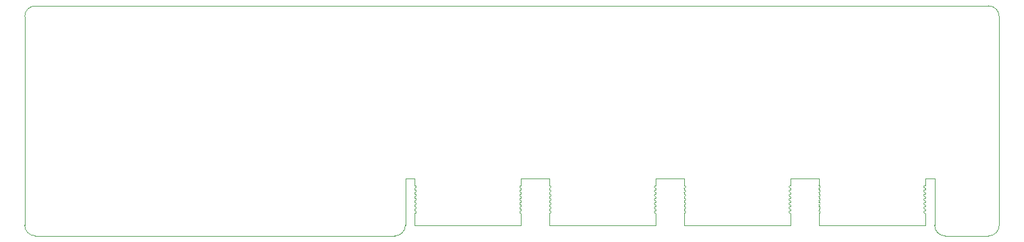
<source format=gbr>
%TF.GenerationSoftware,KiCad,Pcbnew,4.0.7*%
%TF.CreationDate,2018-05-23T21:05:09+03:00*%
%TF.ProjectId,Pci-e,5063692D652E6B696361645F70636200,rev?*%
%TF.FileFunction,Profile,NP*%
%FSLAX46Y46*%
G04 Gerber Fmt 4.6, Leading zero omitted, Abs format (unit mm)*
G04 Created by KiCad (PCBNEW 4.0.7) date 05/23/18 21:05:09*
%MOMM*%
%LPD*%
G01*
G04 APERTURE LIST*
%ADD10C,0.100000*%
G04 APERTURE END LIST*
D10*
X56770000Y-19060000D02*
X56770000Y-20740000D01*
X37570000Y-19060000D02*
X37570000Y-20740000D01*
X56770000Y-19060000D02*
G75*
G03X56770000Y-18660000I0J200000D01*
G01*
X37570000Y-19060000D02*
G75*
G03X37570000Y-18660000I0J200000D01*
G01*
X56770000Y-20740000D02*
X71930000Y-20740000D01*
X37570000Y-20740000D02*
X52730000Y-20740000D01*
X71930000Y-18059998D02*
G75*
G03X71930000Y-18460000I0J-200001D01*
G01*
X52730000Y-18059998D02*
G75*
G03X52730000Y-18460000I0J-200001D01*
G01*
X71930000Y-18460000D02*
X71930000Y-18660000D01*
X52730000Y-18460000D02*
X52730000Y-18660000D01*
X71930000Y-17860000D02*
X71930000Y-18060000D01*
X52730000Y-17860000D02*
X52730000Y-18060000D01*
X71930000Y-18659998D02*
G75*
G03X71930000Y-19060000I0J-200001D01*
G01*
X52730000Y-18659998D02*
G75*
G03X52730000Y-19060000I0J-200001D01*
G01*
X71930000Y-19060000D02*
X71930000Y-20740000D01*
X52730000Y-19060000D02*
X52730000Y-20740000D01*
X56770000Y-16660000D02*
G75*
G03X56770000Y-16260000I0J200000D01*
G01*
X37570000Y-16660000D02*
G75*
G03X37570000Y-16260000I0J200000D01*
G01*
X56770000Y-18060000D02*
X56770000Y-17860000D01*
X37570000Y-18060000D02*
X37570000Y-17860000D01*
X56770000Y-17260000D02*
G75*
G03X56770000Y-16860000I0J200000D01*
G01*
X37570000Y-17260000D02*
G75*
G03X37570000Y-16860000I0J200000D01*
G01*
X56770000Y-17860000D02*
G75*
G03X56770000Y-17460000I0J200000D01*
G01*
X37570000Y-17860000D02*
G75*
G03X37570000Y-17460000I0J200000D01*
G01*
X56770000Y-16860000D02*
X56770000Y-16660000D01*
X37570000Y-16860000D02*
X37570000Y-16660000D01*
X56770000Y-18460000D02*
G75*
G03X56770000Y-18060000I0J200000D01*
G01*
X37570000Y-18460000D02*
G75*
G03X37570000Y-18060000I0J200000D01*
G01*
X56770000Y-18660000D02*
X56770000Y-18460000D01*
X37570000Y-18660000D02*
X37570000Y-18460000D01*
X56770000Y-17460000D02*
X56770000Y-17260000D01*
X37570000Y-17460000D02*
X37570000Y-17260000D01*
X71930000Y-16059999D02*
X71930000Y-16260000D01*
X52730000Y-16059999D02*
X52730000Y-16260000D01*
X71930000Y-16660001D02*
X71930000Y-16860000D01*
X52730000Y-16660001D02*
X52730000Y-16860000D01*
X71930000Y-17260001D02*
X71930000Y-17460000D01*
X52730000Y-17260001D02*
X52730000Y-17460000D01*
X71930000Y-17460000D02*
G75*
G03X71930000Y-17860000I0J-200000D01*
G01*
X52730000Y-17460000D02*
G75*
G03X52730000Y-17860000I0J-200000D01*
G01*
X71930000Y-16259999D02*
G75*
G03X71930000Y-16660001I0J-200001D01*
G01*
X52730000Y-16259999D02*
G75*
G03X52730000Y-16660001I0J-200001D01*
G01*
X71930000Y-16859999D02*
G75*
G03X71930000Y-17260001I0J-200001D01*
G01*
X52730000Y-16859999D02*
G75*
G03X52730000Y-17260001I0J-200001D01*
G01*
X71930000Y-15660001D02*
G75*
G03X71930000Y-16059999I0J-199999D01*
G01*
X52730000Y-15660001D02*
G75*
G03X52730000Y-16059999I0J-199999D01*
G01*
X71930000Y-15060000D02*
X71930000Y-14060000D01*
X52730000Y-15060000D02*
X52730000Y-14060000D01*
X71930000Y-15459999D02*
X71930000Y-15660000D01*
X52730000Y-15459999D02*
X52730000Y-15660000D01*
X71930000Y-15060001D02*
G75*
G03X71930000Y-15459999I0J-199999D01*
G01*
X52730000Y-15060001D02*
G75*
G03X52730000Y-15459999I0J-199999D01*
G01*
X56770000Y-15060000D02*
X56770000Y-14060000D01*
X37570000Y-15060000D02*
X37570000Y-14060000D01*
X56770000Y-15460000D02*
G75*
G03X56770000Y-15060000I0J200000D01*
G01*
X37570000Y-15460000D02*
G75*
G03X37570000Y-15060000I0J200000D01*
G01*
X56770000Y-16260000D02*
X56770000Y-16060000D01*
X37570000Y-16260000D02*
X37570000Y-16060000D01*
X56770000Y-14060000D02*
X52730000Y-14060000D01*
X37570000Y-14060000D02*
X33530000Y-14060000D01*
X56770000Y-16060000D02*
G75*
G03X56770000Y-15660000I0J200000D01*
G01*
X37570000Y-16060000D02*
G75*
G03X37570000Y-15660000I0J200000D01*
G01*
X56770000Y-15660000D02*
X56770000Y-15460000D01*
X37570000Y-15660000D02*
X37570000Y-15460000D01*
X14330000Y-15459999D02*
X14330000Y-15660000D01*
X14330000Y-15660001D02*
G75*
G03X14330000Y-16059999I0J-199999D01*
G01*
X14330000Y-15060000D02*
X14330000Y-14060000D01*
X14330000Y-15060001D02*
G75*
G03X14330000Y-15459999I0J-199999D01*
G01*
X14330000Y-16059999D02*
X14330000Y-16260000D01*
X14330000Y-18460000D02*
X14330000Y-18660000D01*
X14330000Y-18659998D02*
G75*
G03X14330000Y-19060000I0J-200001D01*
G01*
X14330000Y-18059998D02*
G75*
G03X14330000Y-18460000I0J-200001D01*
G01*
X14330000Y-19060000D02*
X14330000Y-20740000D01*
X14330000Y-17860000D02*
X14330000Y-18060000D01*
X14330000Y-17260001D02*
X14330000Y-17460000D01*
X14330000Y-16259999D02*
G75*
G03X14330000Y-16660001I0J-200001D01*
G01*
X14330000Y-16660001D02*
X14330000Y-16860000D01*
X14330000Y-16859999D02*
G75*
G03X14330000Y-17260001I0J-200001D01*
G01*
X14330000Y-17460000D02*
G75*
G03X14330000Y-17860000I0J-200000D01*
G01*
X18370000Y-18060000D02*
X18370000Y-17860000D01*
X18370000Y-16660000D02*
G75*
G03X18370000Y-16260000I0J200000D01*
G01*
X18370000Y-17860000D02*
G75*
G03X18370000Y-17460000I0J200000D01*
G01*
X18370000Y-16860000D02*
X18370000Y-16660000D01*
X18370000Y-16260000D02*
X18370000Y-16060000D01*
X18370000Y-17260000D02*
G75*
G03X18370000Y-16860000I0J200000D01*
G01*
X18370000Y-17460000D02*
X18370000Y-17260000D01*
X18370000Y-18460000D02*
G75*
G03X18370000Y-18060000I0J200000D01*
G01*
X18370000Y-18660000D02*
X18370000Y-18460000D01*
X18370000Y-19060000D02*
G75*
G03X18370000Y-18660000I0J200000D01*
G01*
X18370000Y-19060000D02*
X18370000Y-20740000D01*
X18370000Y-16060000D02*
G75*
G03X18370000Y-15660000I0J200000D01*
G01*
X18370000Y-15060000D02*
X18370000Y-14060000D01*
X18370000Y-15660000D02*
X18370000Y-15460000D01*
X18370000Y-15460000D02*
G75*
G03X18370000Y-15060000I0J200000D01*
G01*
X-830000Y-16260000D02*
X-830000Y-16060000D01*
X-830000Y-15060000D02*
X-830000Y-14060000D01*
X-830000Y-15460000D02*
G75*
G03X-830000Y-15060000I0J200000D01*
G01*
X-830000Y-16060000D02*
G75*
G03X-830000Y-15660000I0J200000D01*
G01*
X-830000Y-15660000D02*
X-830000Y-15460000D01*
X-830000Y-18460000D02*
G75*
G03X-830000Y-18060000I0J200000D01*
G01*
X-830000Y-18660000D02*
X-830000Y-18460000D01*
X-830000Y-19060000D02*
X-830000Y-20740000D01*
X-830000Y-19060000D02*
G75*
G03X-830000Y-18660000I0J200000D01*
G01*
X-830000Y-18060000D02*
X-830000Y-17860000D01*
X-830000Y-17860000D02*
G75*
G03X-830000Y-17460000I0J200000D01*
G01*
X-830000Y-17260000D02*
G75*
G03X-830000Y-16860000I0J200000D01*
G01*
X-830000Y-16660000D02*
G75*
G03X-830000Y-16260000I0J200000D01*
G01*
X-830000Y-16860000D02*
X-830000Y-16660000D01*
X-830000Y-17460000D02*
X-830000Y-17260000D01*
X33530000Y-19060000D02*
X33530000Y-20740000D01*
X33530000Y-15060000D02*
X33530000Y-14060000D01*
X33530000Y-18460000D02*
X33530000Y-18660000D01*
X33530000Y-17860000D02*
X33530000Y-18060000D01*
X33530000Y-17260001D02*
X33530000Y-17460000D01*
X33530000Y-16660001D02*
X33530000Y-16860000D01*
X33530000Y-16059999D02*
X33530000Y-16260000D01*
X33530000Y-15459999D02*
X33530000Y-15660000D01*
X33530000Y-18659998D02*
G75*
G03X33530000Y-19060000I0J-200001D01*
G01*
X33530000Y-18059998D02*
G75*
G03X33530000Y-18460000I0J-200001D01*
G01*
X33530000Y-17460000D02*
G75*
G03X33530000Y-17860000I0J-200000D01*
G01*
X33530000Y-16859999D02*
G75*
G03X33530000Y-17260001I0J-200001D01*
G01*
X33530000Y-16259999D02*
G75*
G03X33530000Y-16660001I0J-200001D01*
G01*
X33530000Y-15660001D02*
G75*
G03X33530000Y-16059999I0J-199999D01*
G01*
X33530000Y-15060001D02*
G75*
G03X33530000Y-15459999I0J-199999D01*
G01*
X-56430000Y-19740000D02*
X-56430000Y-20740000D01*
X-2170000Y-19740000D02*
X-2170000Y-20740000D01*
X82470000Y-19750000D02*
X82470000Y-20750000D01*
X73270000Y-14060000D02*
X73270000Y-20750000D01*
X-2170000Y-19740000D02*
X-2170000Y-14060000D01*
X-56430000Y9080000D02*
X-56430000Y-19740000D01*
X80970000Y10580000D02*
X-54930000Y10580000D01*
X82470000Y-19750000D02*
X82470000Y9080000D01*
X74770000Y-22250000D02*
X80970000Y-22250000D01*
X-54930000Y-22240000D02*
X-3670000Y-22240000D01*
X73270000Y-20750000D02*
G75*
G03X74770000Y-22250000I1500000J0D01*
G01*
X-3670000Y-22240000D02*
G75*
G03X-2170000Y-20740000I0J1500000D01*
G01*
X80970000Y-22250000D02*
G75*
G03X82470000Y-20750000I0J1500000D01*
G01*
X82470000Y9080000D02*
G75*
G03X80970000Y10580000I-1500000J0D01*
G01*
X-54930000Y10580000D02*
G75*
G03X-56430000Y9080000I0J-1500000D01*
G01*
X-56430000Y-20740000D02*
G75*
G03X-54930000Y-22240000I1500000J0D01*
G01*
X18370000Y-20740000D02*
X33530000Y-20740000D01*
X-830000Y-20740000D02*
X14330000Y-20740000D01*
X-830000Y-14060000D02*
X-2170000Y-14060000D01*
X18370000Y-14060000D02*
X14330000Y-14060000D01*
X71930000Y-14060000D02*
X73270000Y-14060000D01*
M02*

</source>
